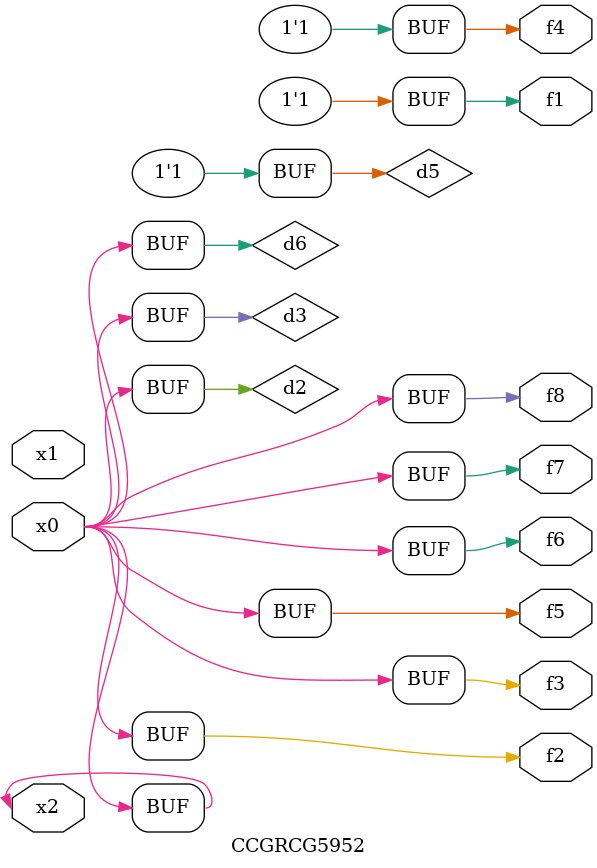
<source format=v>
module CCGRCG5952(
	input x0, x1, x2,
	output f1, f2, f3, f4, f5, f6, f7, f8
);

	wire d1, d2, d3, d4, d5, d6;

	xnor (d1, x2);
	buf (d2, x0, x2);
	and (d3, x0);
	xnor (d4, x1, x2);
	nand (d5, d1, d3);
	buf (d6, d2, d3);
	assign f1 = d5;
	assign f2 = d6;
	assign f3 = d6;
	assign f4 = d5;
	assign f5 = d6;
	assign f6 = d6;
	assign f7 = d6;
	assign f8 = d6;
endmodule

</source>
